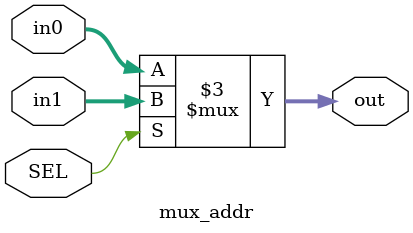
<source format=v>
module mux_addr (
	// Input signals
	input [3:0] in0,
	input [3:0] in1,
	// Selector
	input SEL,
	// Output signals
	output reg [3:0] out
	);
	
	always @(*)
		begin
			if (SEL)
				out <= in1;
			else
				out <= in0;
		end

endmodule
				
</source>
